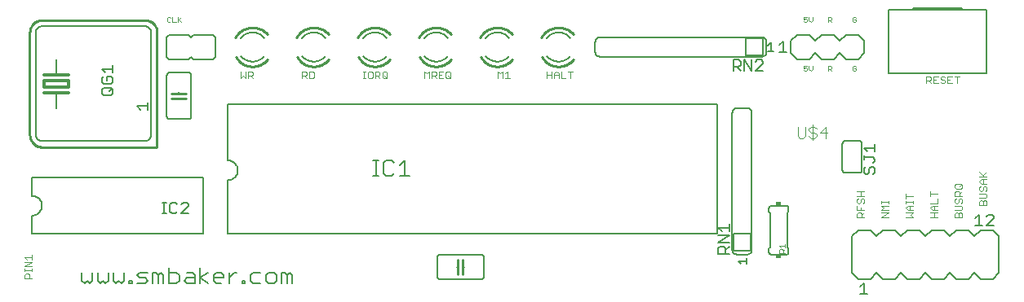
<source format=gto>
G75*
%MOIN*%
%OFA0B0*%
%FSLAX24Y24*%
%IPPOS*%
%LPD*%
%AMOC8*
5,1,8,0,0,1.08239X$1,22.5*
%
%ADD10C,0.0030*%
%ADD11C,0.0060*%
%ADD12C,0.0020*%
%ADD13C,0.0050*%
%ADD14R,0.0200X0.0150*%
%ADD15C,0.0100*%
%ADD16C,0.0120*%
%ADD17C,0.0040*%
D10*
X000375Y002195D02*
X000375Y002340D01*
X000423Y002388D01*
X000520Y002388D01*
X000568Y002340D01*
X000568Y002195D01*
X000665Y002195D02*
X000375Y002195D01*
X000375Y002490D02*
X000375Y002586D01*
X000375Y002538D02*
X000665Y002538D01*
X000665Y002490D02*
X000665Y002586D01*
X000665Y002686D02*
X000375Y002686D01*
X000665Y002880D01*
X000375Y002880D01*
X000472Y002981D02*
X000375Y003077D01*
X000665Y003077D01*
X000665Y002981D02*
X000665Y003174D01*
X009195Y010395D02*
X009292Y010492D01*
X009388Y010395D01*
X009388Y010685D01*
X009490Y010685D02*
X009635Y010685D01*
X009683Y010637D01*
X009683Y010540D01*
X009635Y010492D01*
X009490Y010492D01*
X009586Y010492D02*
X009683Y010395D01*
X009490Y010395D02*
X009490Y010685D01*
X009195Y010685D02*
X009195Y010395D01*
X011695Y010395D02*
X011695Y010685D01*
X011840Y010685D01*
X011888Y010637D01*
X011888Y010540D01*
X011840Y010492D01*
X011695Y010492D01*
X011792Y010492D02*
X011888Y010395D01*
X011990Y010395D02*
X012135Y010395D01*
X012183Y010443D01*
X012183Y010637D01*
X012135Y010685D01*
X011990Y010685D01*
X011990Y010395D01*
X014195Y010395D02*
X014292Y010395D01*
X014243Y010395D02*
X014243Y010685D01*
X014195Y010685D02*
X014292Y010685D01*
X014391Y010637D02*
X014391Y010443D01*
X014440Y010395D01*
X014537Y010395D01*
X014585Y010443D01*
X014585Y010637D01*
X014537Y010685D01*
X014440Y010685D01*
X014391Y010637D01*
X014686Y010685D02*
X014831Y010685D01*
X014880Y010637D01*
X014880Y010540D01*
X014831Y010492D01*
X014686Y010492D01*
X014783Y010492D02*
X014880Y010395D01*
X014981Y010443D02*
X015029Y010395D01*
X015126Y010395D01*
X015174Y010443D01*
X015174Y010637D01*
X015126Y010685D01*
X015029Y010685D01*
X014981Y010637D01*
X014981Y010443D01*
X015077Y010492D02*
X015174Y010395D01*
X014686Y010395D02*
X014686Y010685D01*
X016695Y010685D02*
X016695Y010395D01*
X016888Y010395D02*
X016888Y010685D01*
X016792Y010588D01*
X016695Y010685D01*
X016990Y010685D02*
X017135Y010685D01*
X017183Y010637D01*
X017183Y010540D01*
X017135Y010492D01*
X016990Y010492D01*
X017086Y010492D02*
X017183Y010395D01*
X017284Y010395D02*
X017478Y010395D01*
X017579Y010443D02*
X017627Y010395D01*
X017724Y010395D01*
X017772Y010443D01*
X017772Y010637D01*
X017724Y010685D01*
X017627Y010685D01*
X017579Y010637D01*
X017579Y010443D01*
X017676Y010492D02*
X017772Y010395D01*
X017381Y010540D02*
X017284Y010540D01*
X017284Y010685D02*
X017284Y010395D01*
X016990Y010395D02*
X016990Y010685D01*
X017284Y010685D02*
X017478Y010685D01*
X019695Y010685D02*
X019695Y010395D01*
X019888Y010395D02*
X019888Y010685D01*
X019792Y010588D01*
X019695Y010685D01*
X019990Y010588D02*
X020086Y010685D01*
X020086Y010395D01*
X019990Y010395D02*
X020183Y010395D01*
X021695Y010395D02*
X021695Y010685D01*
X021695Y010540D02*
X021888Y010540D01*
X021990Y010540D02*
X022183Y010540D01*
X022183Y010588D02*
X022183Y010395D01*
X022284Y010395D02*
X022478Y010395D01*
X022284Y010395D02*
X022284Y010685D01*
X022183Y010588D02*
X022086Y010685D01*
X021990Y010588D01*
X021990Y010395D01*
X021888Y010395D02*
X021888Y010685D01*
X022579Y010685D02*
X022772Y010685D01*
X022676Y010685D02*
X022676Y010395D01*
X034375Y005772D02*
X034665Y005772D01*
X034520Y005772D02*
X034520Y005579D01*
X034568Y005478D02*
X034617Y005478D01*
X034665Y005429D01*
X034665Y005333D01*
X034617Y005284D01*
X034520Y005333D02*
X034520Y005429D01*
X034568Y005478D01*
X034665Y005579D02*
X034375Y005579D01*
X034423Y005478D02*
X034375Y005429D01*
X034375Y005333D01*
X034423Y005284D01*
X034472Y005284D01*
X034520Y005333D01*
X034375Y005183D02*
X034375Y004990D01*
X034665Y004990D01*
X034665Y004888D02*
X034568Y004792D01*
X034568Y004840D02*
X034568Y004695D01*
X034665Y004695D02*
X034375Y004695D01*
X034375Y004840D01*
X034423Y004888D01*
X034520Y004888D01*
X034568Y004840D01*
X034520Y004990D02*
X034520Y005086D01*
X035375Y004990D02*
X035472Y005086D01*
X035375Y005183D01*
X035665Y005183D01*
X035665Y005284D02*
X035665Y005381D01*
X035665Y005333D02*
X035375Y005333D01*
X035375Y005381D02*
X035375Y005284D01*
X035375Y004990D02*
X035665Y004990D01*
X035665Y004888D02*
X035375Y004888D01*
X035375Y004695D02*
X035665Y004888D01*
X035665Y004695D02*
X035375Y004695D01*
X036375Y004695D02*
X036665Y004695D01*
X036568Y004792D01*
X036665Y004888D01*
X036375Y004888D01*
X036472Y004990D02*
X036375Y005086D01*
X036472Y005183D01*
X036665Y005183D01*
X036665Y005284D02*
X036665Y005381D01*
X036665Y005333D02*
X036375Y005333D01*
X036375Y005381D02*
X036375Y005284D01*
X036520Y005183D02*
X036520Y004990D01*
X036472Y004990D02*
X036665Y004990D01*
X037375Y005086D02*
X037472Y005183D01*
X037665Y005183D01*
X037665Y005284D02*
X037375Y005284D01*
X037520Y005183D02*
X037520Y004990D01*
X037472Y004990D02*
X037375Y005086D01*
X037472Y004990D02*
X037665Y004990D01*
X037665Y004888D02*
X037375Y004888D01*
X037520Y004888D02*
X037520Y004695D01*
X037665Y004695D02*
X037375Y004695D01*
X038375Y004695D02*
X038375Y004840D01*
X038423Y004888D01*
X038472Y004888D01*
X038520Y004840D01*
X038520Y004695D01*
X038665Y004695D02*
X038665Y004840D01*
X038617Y004888D01*
X038568Y004888D01*
X038520Y004840D01*
X038617Y004990D02*
X038375Y004990D01*
X038375Y005183D02*
X038617Y005183D01*
X038665Y005135D01*
X038665Y005038D01*
X038617Y004990D01*
X038617Y005284D02*
X038665Y005333D01*
X038665Y005429D01*
X038617Y005478D01*
X038568Y005478D01*
X038520Y005429D01*
X038520Y005333D01*
X038472Y005284D01*
X038423Y005284D01*
X038375Y005333D01*
X038375Y005429D01*
X038423Y005478D01*
X038375Y005579D02*
X038375Y005724D01*
X038423Y005772D01*
X038520Y005772D01*
X038568Y005724D01*
X038568Y005579D01*
X038568Y005676D02*
X038665Y005772D01*
X038617Y005874D02*
X038665Y005922D01*
X038665Y006019D01*
X038617Y006067D01*
X038423Y006067D01*
X038375Y006019D01*
X038375Y005922D01*
X038423Y005874D01*
X038617Y005874D01*
X038568Y005970D02*
X038665Y006067D01*
X039375Y006176D02*
X039472Y006079D01*
X039665Y006079D01*
X039617Y005978D02*
X039665Y005929D01*
X039665Y005833D01*
X039617Y005784D01*
X039617Y005683D02*
X039375Y005683D01*
X039423Y005784D02*
X039472Y005784D01*
X039520Y005833D01*
X039520Y005929D01*
X039568Y005978D01*
X039617Y005978D01*
X039520Y006079D02*
X039520Y006272D01*
X039472Y006272D02*
X039665Y006272D01*
X039665Y006374D02*
X039375Y006374D01*
X039472Y006272D02*
X039375Y006176D01*
X039568Y006374D02*
X039375Y006567D01*
X039520Y006422D02*
X039665Y006567D01*
X039423Y005978D02*
X039375Y005929D01*
X039375Y005833D01*
X039423Y005784D01*
X039617Y005683D02*
X039665Y005635D01*
X039665Y005538D01*
X039617Y005490D01*
X039375Y005490D01*
X039423Y005388D02*
X039472Y005388D01*
X039520Y005340D01*
X039520Y005195D01*
X039665Y005195D02*
X039375Y005195D01*
X039375Y005340D01*
X039423Y005388D01*
X039520Y005340D02*
X039568Y005388D01*
X039617Y005388D01*
X039665Y005340D01*
X039665Y005195D01*
X038665Y005579D02*
X038375Y005579D01*
X037665Y005676D02*
X037375Y005676D01*
X037375Y005772D02*
X037375Y005579D01*
X037665Y005478D02*
X037665Y005284D01*
X036665Y005577D02*
X036375Y005577D01*
X036375Y005481D02*
X036375Y005674D01*
X038375Y004695D02*
X038665Y004695D01*
X038470Y010195D02*
X038470Y010485D01*
X038374Y010485D02*
X038567Y010485D01*
X038272Y010485D02*
X038079Y010485D01*
X038079Y010195D01*
X038272Y010195D01*
X038176Y010340D02*
X038079Y010340D01*
X037978Y010292D02*
X037978Y010243D01*
X037929Y010195D01*
X037833Y010195D01*
X037784Y010243D01*
X037833Y010340D02*
X037929Y010340D01*
X037978Y010292D01*
X037978Y010437D02*
X037929Y010485D01*
X037833Y010485D01*
X037784Y010437D01*
X037784Y010388D01*
X037833Y010340D01*
X037683Y010195D02*
X037490Y010195D01*
X037490Y010485D01*
X037683Y010485D01*
X037586Y010340D02*
X037490Y010340D01*
X037388Y010340D02*
X037340Y010292D01*
X037195Y010292D01*
X037292Y010292D02*
X037388Y010195D01*
X037388Y010340D02*
X037388Y010437D01*
X037340Y010485D01*
X037195Y010485D01*
X037195Y010195D01*
D11*
X002817Y002010D02*
X002710Y002117D01*
X002710Y002437D01*
X003137Y002437D02*
X003137Y002117D01*
X003030Y002010D01*
X002924Y002117D01*
X002817Y002010D01*
X003355Y002117D02*
X003461Y002010D01*
X003568Y002117D01*
X003675Y002010D01*
X003782Y002117D01*
X003782Y002437D01*
X003999Y002437D02*
X003999Y002117D01*
X004106Y002010D01*
X004213Y002117D01*
X004319Y002010D01*
X004426Y002117D01*
X004426Y002437D01*
X004966Y002330D02*
X005073Y002224D01*
X005286Y002224D01*
X005393Y002117D01*
X005286Y002010D01*
X004966Y002010D01*
X004750Y002010D02*
X004750Y002117D01*
X004644Y002117D01*
X004644Y002010D01*
X004750Y002010D01*
X005610Y002010D02*
X005610Y002437D01*
X005717Y002437D01*
X005824Y002330D01*
X005931Y002437D01*
X006038Y002330D01*
X006038Y002010D01*
X005824Y002010D02*
X005824Y002330D01*
X006255Y002437D02*
X006575Y002437D01*
X006682Y002330D01*
X006682Y002117D01*
X006575Y002010D01*
X006255Y002010D01*
X006255Y002651D01*
X007006Y002437D02*
X007220Y002437D01*
X007327Y002330D01*
X007327Y002010D01*
X007006Y002010D01*
X006900Y002117D01*
X007006Y002224D01*
X007327Y002224D01*
X007544Y002224D02*
X007864Y002437D01*
X008081Y002330D02*
X008188Y002437D01*
X008402Y002437D01*
X008508Y002330D01*
X008508Y002224D01*
X008081Y002224D01*
X008081Y002330D02*
X008081Y002117D01*
X008188Y002010D01*
X008402Y002010D01*
X008726Y002010D02*
X008726Y002437D01*
X008939Y002437D02*
X009046Y002437D01*
X008939Y002437D02*
X008726Y002224D01*
X009263Y002117D02*
X009370Y002117D01*
X009370Y002010D01*
X009263Y002010D01*
X009263Y002117D01*
X009585Y002117D02*
X009692Y002010D01*
X010012Y002010D01*
X010230Y002117D02*
X010337Y002010D01*
X010550Y002010D01*
X010657Y002117D01*
X010657Y002330D01*
X010550Y002437D01*
X010337Y002437D01*
X010230Y002330D01*
X010230Y002117D01*
X010874Y002010D02*
X010874Y002437D01*
X010981Y002437D01*
X011088Y002330D01*
X011195Y002437D01*
X011301Y002330D01*
X011301Y002010D01*
X011088Y002010D02*
X011088Y002330D01*
X010012Y002437D02*
X009692Y002437D01*
X009585Y002330D01*
X009585Y002117D01*
X007864Y002010D02*
X007544Y002224D01*
X007544Y002010D02*
X007544Y002651D01*
X005393Y002437D02*
X005073Y002437D01*
X004966Y002330D01*
X003355Y002437D02*
X003355Y002117D01*
X000680Y004030D02*
X000680Y004780D01*
X000719Y004782D01*
X000758Y004788D01*
X000796Y004797D01*
X000833Y004810D01*
X000869Y004827D01*
X000902Y004847D01*
X000934Y004871D01*
X000963Y004897D01*
X000989Y004926D01*
X001013Y004958D01*
X001033Y004991D01*
X001050Y005027D01*
X001063Y005064D01*
X001072Y005102D01*
X001078Y005141D01*
X001080Y005180D01*
X001078Y005219D01*
X001072Y005258D01*
X001063Y005296D01*
X001050Y005333D01*
X001033Y005369D01*
X001013Y005402D01*
X000989Y005434D01*
X000963Y005463D01*
X000934Y005489D01*
X000902Y005513D01*
X000869Y005533D01*
X000833Y005550D01*
X000796Y005563D01*
X000758Y005572D01*
X000719Y005578D01*
X000680Y005580D01*
X000680Y006330D01*
X007680Y006330D01*
X007680Y004030D01*
X000680Y004030D01*
X008680Y004030D02*
X008680Y006230D01*
X008719Y006232D01*
X008758Y006238D01*
X008796Y006247D01*
X008833Y006260D01*
X008869Y006277D01*
X008902Y006297D01*
X008934Y006321D01*
X008963Y006347D01*
X008989Y006376D01*
X009013Y006408D01*
X009033Y006441D01*
X009050Y006477D01*
X009063Y006514D01*
X009072Y006552D01*
X009078Y006591D01*
X009080Y006630D01*
X009078Y006669D01*
X009072Y006708D01*
X009063Y006746D01*
X009050Y006783D01*
X009033Y006819D01*
X009013Y006852D01*
X008989Y006884D01*
X008963Y006913D01*
X008934Y006939D01*
X008902Y006963D01*
X008869Y006983D01*
X008833Y007000D01*
X008796Y007013D01*
X008758Y007022D01*
X008719Y007028D01*
X008680Y007030D01*
X008680Y009330D01*
X028680Y009330D01*
X028680Y004030D01*
X008680Y004030D01*
X014610Y006410D02*
X014824Y006410D01*
X014717Y006410D02*
X014717Y007051D01*
X014610Y007051D02*
X014824Y007051D01*
X015040Y006944D02*
X015040Y006517D01*
X015146Y006410D01*
X015360Y006410D01*
X015467Y006517D01*
X015684Y006410D02*
X016111Y006410D01*
X015898Y006410D02*
X015898Y007051D01*
X015684Y006837D01*
X015467Y006944D02*
X015360Y007051D01*
X015146Y007051D01*
X015040Y006944D01*
X007180Y008830D02*
X007180Y010530D01*
X007178Y010547D01*
X007174Y010564D01*
X007167Y010580D01*
X007157Y010594D01*
X007144Y010607D01*
X007130Y010617D01*
X007114Y010624D01*
X007097Y010628D01*
X007080Y010630D01*
X006280Y010630D01*
X006263Y010628D01*
X006246Y010624D01*
X006230Y010617D01*
X006216Y010607D01*
X006203Y010594D01*
X006193Y010580D01*
X006186Y010564D01*
X006182Y010547D01*
X006180Y010530D01*
X006180Y008830D01*
X006182Y008813D01*
X006186Y008796D01*
X006193Y008780D01*
X006203Y008766D01*
X006216Y008753D01*
X006230Y008743D01*
X006246Y008736D01*
X006263Y008732D01*
X006280Y008730D01*
X007080Y008730D01*
X007097Y008732D01*
X007114Y008736D01*
X007130Y008743D01*
X007144Y008753D01*
X007157Y008766D01*
X007167Y008780D01*
X007174Y008796D01*
X007178Y008813D01*
X007180Y008830D01*
X005530Y008080D02*
X005530Y012280D01*
X005528Y012310D01*
X005523Y012340D01*
X005514Y012369D01*
X005501Y012396D01*
X005486Y012422D01*
X005467Y012446D01*
X005446Y012467D01*
X005422Y012486D01*
X005396Y012501D01*
X005369Y012514D01*
X005340Y012523D01*
X005310Y012528D01*
X005280Y012530D01*
X001080Y012530D01*
X001050Y012528D01*
X001020Y012523D01*
X000991Y012514D01*
X000964Y012501D01*
X000938Y012486D01*
X000914Y012467D01*
X000893Y012446D01*
X000874Y012422D01*
X000859Y012396D01*
X000846Y012369D01*
X000837Y012340D01*
X000832Y012310D01*
X000830Y012280D01*
X000830Y008080D01*
X000832Y008050D01*
X000837Y008020D01*
X000846Y007991D01*
X000859Y007964D01*
X000874Y007938D01*
X000893Y007914D01*
X000914Y007893D01*
X000938Y007874D01*
X000964Y007859D01*
X000991Y007846D01*
X001020Y007837D01*
X001050Y007832D01*
X001080Y007830D01*
X005280Y007830D01*
X005310Y007832D01*
X005340Y007837D01*
X005369Y007846D01*
X005396Y007859D01*
X005422Y007874D01*
X005446Y007893D01*
X005467Y007914D01*
X005486Y007938D01*
X005501Y007964D01*
X005514Y007991D01*
X005523Y008020D01*
X005528Y008050D01*
X005530Y008080D01*
X001680Y009180D02*
X001680Y009810D01*
X001680Y010550D02*
X001680Y011180D01*
X006180Y011280D02*
X006280Y011180D01*
X007080Y011180D01*
X007180Y011280D01*
X007280Y011180D01*
X008080Y011180D01*
X008180Y011280D01*
X008180Y012080D01*
X008080Y012180D01*
X007280Y012180D01*
X007180Y012080D01*
X007080Y012180D01*
X006280Y012180D01*
X006180Y012080D01*
X006180Y011280D01*
X009680Y012280D02*
X009727Y012278D01*
X009775Y012272D01*
X009821Y012263D01*
X009867Y012250D01*
X009911Y012234D01*
X009955Y012213D01*
X009996Y012190D01*
X010035Y012164D01*
X010072Y012134D01*
X010107Y012101D01*
X010139Y012066D01*
X010168Y012029D01*
X009680Y011080D02*
X009635Y011082D01*
X009589Y011087D01*
X009545Y011095D01*
X009501Y011107D01*
X009458Y011123D01*
X009416Y011141D01*
X009376Y011163D01*
X009338Y011187D01*
X009302Y011214D01*
X009267Y011244D01*
X009236Y011277D01*
X009206Y011312D01*
X009680Y011080D02*
X009725Y011082D01*
X009771Y011087D01*
X009815Y011095D01*
X009859Y011107D01*
X009902Y011123D01*
X009944Y011141D01*
X009984Y011163D01*
X010022Y011187D01*
X010058Y011214D01*
X010093Y011244D01*
X010124Y011277D01*
X010154Y011312D01*
X009680Y012280D02*
X009634Y012278D01*
X009588Y012273D01*
X009542Y012264D01*
X009497Y012252D01*
X009454Y012236D01*
X009412Y012217D01*
X009371Y012194D01*
X009332Y012169D01*
X009296Y012141D01*
X009261Y012110D01*
X009229Y012076D01*
X009200Y012040D01*
X012180Y012280D02*
X012227Y012278D01*
X012275Y012272D01*
X012321Y012263D01*
X012367Y012250D01*
X012411Y012234D01*
X012455Y012213D01*
X012496Y012190D01*
X012535Y012164D01*
X012572Y012134D01*
X012607Y012101D01*
X012639Y012066D01*
X012668Y012029D01*
X012180Y011080D02*
X012135Y011082D01*
X012089Y011087D01*
X012045Y011095D01*
X012001Y011107D01*
X011958Y011123D01*
X011916Y011141D01*
X011876Y011163D01*
X011838Y011187D01*
X011802Y011214D01*
X011767Y011244D01*
X011736Y011277D01*
X011706Y011312D01*
X012180Y011080D02*
X012225Y011082D01*
X012271Y011087D01*
X012315Y011095D01*
X012359Y011107D01*
X012402Y011123D01*
X012444Y011141D01*
X012484Y011163D01*
X012522Y011187D01*
X012558Y011214D01*
X012593Y011244D01*
X012624Y011277D01*
X012654Y011312D01*
X012180Y012280D02*
X012134Y012278D01*
X012088Y012273D01*
X012042Y012264D01*
X011997Y012252D01*
X011954Y012236D01*
X011912Y012217D01*
X011871Y012194D01*
X011832Y012169D01*
X011796Y012141D01*
X011761Y012110D01*
X011729Y012076D01*
X011700Y012040D01*
X014680Y012280D02*
X014727Y012278D01*
X014775Y012272D01*
X014821Y012263D01*
X014867Y012250D01*
X014911Y012234D01*
X014955Y012213D01*
X014996Y012190D01*
X015035Y012164D01*
X015072Y012134D01*
X015107Y012101D01*
X015139Y012066D01*
X015168Y012029D01*
X014680Y011080D02*
X014635Y011082D01*
X014589Y011087D01*
X014545Y011095D01*
X014501Y011107D01*
X014458Y011123D01*
X014416Y011141D01*
X014376Y011163D01*
X014338Y011187D01*
X014302Y011214D01*
X014267Y011244D01*
X014236Y011277D01*
X014206Y011312D01*
X014680Y011080D02*
X014725Y011082D01*
X014771Y011087D01*
X014815Y011095D01*
X014859Y011107D01*
X014902Y011123D01*
X014944Y011141D01*
X014984Y011163D01*
X015022Y011187D01*
X015058Y011214D01*
X015093Y011244D01*
X015124Y011277D01*
X015154Y011312D01*
X014680Y012280D02*
X014634Y012278D01*
X014588Y012273D01*
X014542Y012264D01*
X014497Y012252D01*
X014454Y012236D01*
X014412Y012217D01*
X014371Y012194D01*
X014332Y012169D01*
X014296Y012141D01*
X014261Y012110D01*
X014229Y012076D01*
X014200Y012040D01*
X017180Y012280D02*
X017227Y012278D01*
X017275Y012272D01*
X017321Y012263D01*
X017367Y012250D01*
X017411Y012234D01*
X017455Y012213D01*
X017496Y012190D01*
X017535Y012164D01*
X017572Y012134D01*
X017607Y012101D01*
X017639Y012066D01*
X017668Y012029D01*
X017180Y011080D02*
X017135Y011082D01*
X017089Y011087D01*
X017045Y011095D01*
X017001Y011107D01*
X016958Y011123D01*
X016916Y011141D01*
X016876Y011163D01*
X016838Y011187D01*
X016802Y011214D01*
X016767Y011244D01*
X016736Y011277D01*
X016706Y011312D01*
X017180Y011080D02*
X017225Y011082D01*
X017271Y011087D01*
X017315Y011095D01*
X017359Y011107D01*
X017402Y011123D01*
X017444Y011141D01*
X017484Y011163D01*
X017522Y011187D01*
X017558Y011214D01*
X017593Y011244D01*
X017624Y011277D01*
X017654Y011312D01*
X017180Y012280D02*
X017134Y012278D01*
X017088Y012273D01*
X017042Y012264D01*
X016997Y012252D01*
X016954Y012236D01*
X016912Y012217D01*
X016871Y012194D01*
X016832Y012169D01*
X016796Y012141D01*
X016761Y012110D01*
X016729Y012076D01*
X016700Y012040D01*
X019680Y012280D02*
X019727Y012278D01*
X019775Y012272D01*
X019821Y012263D01*
X019867Y012250D01*
X019911Y012234D01*
X019955Y012213D01*
X019996Y012190D01*
X020035Y012164D01*
X020072Y012134D01*
X020107Y012101D01*
X020139Y012066D01*
X020168Y012029D01*
X019680Y011080D02*
X019635Y011082D01*
X019589Y011087D01*
X019545Y011095D01*
X019501Y011107D01*
X019458Y011123D01*
X019416Y011141D01*
X019376Y011163D01*
X019338Y011187D01*
X019302Y011214D01*
X019267Y011244D01*
X019236Y011277D01*
X019206Y011312D01*
X019680Y011080D02*
X019725Y011082D01*
X019771Y011087D01*
X019815Y011095D01*
X019859Y011107D01*
X019902Y011123D01*
X019944Y011141D01*
X019984Y011163D01*
X020022Y011187D01*
X020058Y011214D01*
X020093Y011244D01*
X020124Y011277D01*
X020154Y011312D01*
X019680Y012280D02*
X019634Y012278D01*
X019588Y012273D01*
X019542Y012264D01*
X019497Y012252D01*
X019454Y012236D01*
X019412Y012217D01*
X019371Y012194D01*
X019332Y012169D01*
X019296Y012141D01*
X019261Y012110D01*
X019229Y012076D01*
X019200Y012040D01*
X022180Y012280D02*
X022227Y012278D01*
X022275Y012272D01*
X022321Y012263D01*
X022367Y012250D01*
X022411Y012234D01*
X022455Y012213D01*
X022496Y012190D01*
X022535Y012164D01*
X022572Y012134D01*
X022607Y012101D01*
X022639Y012066D01*
X022668Y012029D01*
X022180Y011080D02*
X022135Y011082D01*
X022089Y011087D01*
X022045Y011095D01*
X022001Y011107D01*
X021958Y011123D01*
X021916Y011141D01*
X021876Y011163D01*
X021838Y011187D01*
X021802Y011214D01*
X021767Y011244D01*
X021736Y011277D01*
X021706Y011312D01*
X022180Y011080D02*
X022225Y011082D01*
X022271Y011087D01*
X022315Y011095D01*
X022359Y011107D01*
X022402Y011123D01*
X022444Y011141D01*
X022484Y011163D01*
X022522Y011187D01*
X022558Y011214D01*
X022593Y011244D01*
X022624Y011277D01*
X022654Y011312D01*
X023680Y011480D02*
X023680Y011880D01*
X023682Y011906D01*
X023687Y011932D01*
X023695Y011957D01*
X023707Y011980D01*
X023721Y012002D01*
X023739Y012021D01*
X023758Y012039D01*
X023780Y012053D01*
X023803Y012065D01*
X023828Y012073D01*
X023854Y012078D01*
X023880Y012080D01*
X030480Y012080D01*
X030530Y012030D02*
X029830Y012030D01*
X029830Y011330D01*
X030530Y011330D01*
X030530Y012030D01*
X030480Y012080D02*
X030506Y012078D01*
X030532Y012073D01*
X030557Y012065D01*
X030580Y012053D01*
X030602Y012039D01*
X030621Y012021D01*
X030639Y012002D01*
X030653Y011980D01*
X030665Y011957D01*
X030673Y011932D01*
X030678Y011906D01*
X030680Y011880D01*
X030680Y011480D01*
X030678Y011454D01*
X030673Y011428D01*
X030665Y011403D01*
X030653Y011380D01*
X030639Y011358D01*
X030621Y011339D01*
X030602Y011321D01*
X030580Y011307D01*
X030557Y011295D01*
X030532Y011287D01*
X030506Y011282D01*
X030480Y011280D01*
X023880Y011280D01*
X023854Y011282D01*
X023828Y011287D01*
X023803Y011295D01*
X023780Y011307D01*
X023758Y011321D01*
X023739Y011339D01*
X023721Y011358D01*
X023707Y011380D01*
X023695Y011403D01*
X023687Y011428D01*
X023682Y011454D01*
X023680Y011480D01*
X022180Y012280D02*
X022134Y012278D01*
X022088Y012273D01*
X022042Y012264D01*
X021997Y012252D01*
X021954Y012236D01*
X021912Y012217D01*
X021871Y012194D01*
X021832Y012169D01*
X021796Y012141D01*
X021761Y012110D01*
X021729Y012076D01*
X021700Y012040D01*
X029480Y009180D02*
X029880Y009180D01*
X029906Y009178D01*
X029932Y009173D01*
X029957Y009165D01*
X029980Y009153D01*
X030002Y009139D01*
X030021Y009121D01*
X030039Y009102D01*
X030053Y009080D01*
X030065Y009057D01*
X030073Y009032D01*
X030078Y009006D01*
X030080Y008980D01*
X030080Y003380D01*
X030030Y003330D02*
X029330Y003330D01*
X029330Y004030D01*
X030030Y004030D01*
X030030Y003330D01*
X030080Y003380D02*
X030078Y003354D01*
X030073Y003328D01*
X030065Y003303D01*
X030053Y003280D01*
X030039Y003258D01*
X030021Y003239D01*
X030002Y003221D01*
X029980Y003207D01*
X029957Y003195D01*
X029932Y003187D01*
X029906Y003182D01*
X029880Y003180D01*
X029480Y003180D01*
X029454Y003182D01*
X029428Y003187D01*
X029403Y003195D01*
X029380Y003207D01*
X029358Y003221D01*
X029339Y003239D01*
X029321Y003258D01*
X029307Y003280D01*
X029295Y003303D01*
X029287Y003328D01*
X029282Y003354D01*
X029280Y003380D01*
X029280Y008980D01*
X029282Y009006D01*
X029287Y009032D01*
X029295Y009057D01*
X029307Y009080D01*
X029321Y009102D01*
X029339Y009121D01*
X029358Y009139D01*
X029380Y009153D01*
X029403Y009165D01*
X029428Y009173D01*
X029454Y009178D01*
X029480Y009180D01*
X033880Y007830D02*
X034480Y007830D01*
X034497Y007828D01*
X034514Y007824D01*
X034530Y007817D01*
X034544Y007807D01*
X034557Y007794D01*
X034567Y007780D01*
X034574Y007764D01*
X034578Y007747D01*
X034580Y007730D01*
X034580Y006630D01*
X034578Y006613D01*
X034574Y006596D01*
X034567Y006580D01*
X034557Y006566D01*
X034544Y006553D01*
X034530Y006543D01*
X034514Y006536D01*
X034497Y006532D01*
X034480Y006530D01*
X033880Y006530D01*
X033863Y006532D01*
X033846Y006536D01*
X033830Y006543D01*
X033816Y006553D01*
X033803Y006566D01*
X033793Y006580D01*
X033786Y006596D01*
X033782Y006613D01*
X033780Y006630D01*
X033780Y007730D01*
X033782Y007747D01*
X033786Y007764D01*
X033793Y007780D01*
X033803Y007794D01*
X033816Y007807D01*
X033830Y007817D01*
X033846Y007824D01*
X033863Y007828D01*
X033880Y007830D01*
X031480Y005180D02*
X030880Y005180D01*
X030863Y005178D01*
X030846Y005174D01*
X030830Y005167D01*
X030816Y005157D01*
X030803Y005144D01*
X030793Y005130D01*
X030786Y005114D01*
X030782Y005097D01*
X030780Y005080D01*
X030780Y004930D01*
X030830Y004880D01*
X030830Y003480D01*
X030780Y003430D01*
X030780Y003280D01*
X030782Y003263D01*
X030786Y003246D01*
X030793Y003230D01*
X030803Y003216D01*
X030816Y003203D01*
X030830Y003193D01*
X030846Y003186D01*
X030863Y003182D01*
X030880Y003180D01*
X031480Y003180D01*
X031497Y003182D01*
X031514Y003186D01*
X031530Y003193D01*
X031544Y003203D01*
X031557Y003216D01*
X031567Y003230D01*
X031574Y003246D01*
X031578Y003263D01*
X031580Y003280D01*
X031580Y003430D01*
X031530Y003480D01*
X031530Y004880D01*
X031580Y004930D01*
X031580Y005080D01*
X031578Y005097D01*
X031574Y005114D01*
X031567Y005130D01*
X031557Y005144D01*
X031544Y005157D01*
X031530Y005167D01*
X031514Y005174D01*
X031497Y005178D01*
X031480Y005180D01*
X034180Y003930D02*
X034430Y004180D01*
X034930Y004180D01*
X035180Y003930D01*
X035430Y004180D01*
X035930Y004180D01*
X036180Y003930D01*
X036430Y004180D01*
X036930Y004180D01*
X037180Y003930D01*
X037430Y004180D01*
X037930Y004180D01*
X038180Y003930D01*
X038430Y004180D01*
X038930Y004180D01*
X039180Y003930D01*
X039430Y004180D01*
X039930Y004180D01*
X040180Y003930D01*
X040180Y002430D01*
X039930Y002180D01*
X039430Y002180D01*
X039180Y002430D01*
X038930Y002180D01*
X038430Y002180D01*
X038180Y002430D01*
X037930Y002180D01*
X037430Y002180D01*
X037180Y002430D01*
X036930Y002180D01*
X036430Y002180D01*
X036180Y002430D01*
X035930Y002180D01*
X035430Y002180D01*
X035180Y002430D01*
X034930Y002180D01*
X034430Y002180D01*
X034180Y002430D01*
X034180Y003930D01*
X019130Y003080D02*
X019130Y002280D01*
X019128Y002263D01*
X019124Y002246D01*
X019117Y002230D01*
X019107Y002216D01*
X019094Y002203D01*
X019080Y002193D01*
X019064Y002186D01*
X019047Y002182D01*
X019030Y002180D01*
X017330Y002180D01*
X017313Y002182D01*
X017296Y002186D01*
X017280Y002193D01*
X017266Y002203D01*
X017253Y002216D01*
X017243Y002230D01*
X017236Y002246D01*
X017232Y002263D01*
X017230Y002280D01*
X017230Y003080D01*
X017232Y003097D01*
X017236Y003114D01*
X017243Y003130D01*
X017253Y003144D01*
X017266Y003157D01*
X017280Y003167D01*
X017296Y003174D01*
X017313Y003178D01*
X017330Y003180D01*
X019030Y003180D01*
X019047Y003178D01*
X019064Y003174D01*
X019080Y003167D01*
X019094Y003157D01*
X019107Y003144D01*
X019117Y003130D01*
X019124Y003114D01*
X019128Y003097D01*
X019130Y003080D01*
X018330Y002680D02*
X018280Y002680D01*
X018080Y002680D02*
X018030Y002680D01*
X006680Y009530D02*
X006680Y009580D01*
X006680Y009780D02*
X006680Y009830D01*
X031680Y011430D02*
X031930Y011180D01*
X032430Y011180D01*
X032680Y011430D01*
X032930Y011180D01*
X033430Y011180D01*
X033680Y011430D01*
X033930Y011180D01*
X034430Y011180D01*
X034680Y011430D01*
X034680Y011930D01*
X034430Y012180D01*
X033930Y012180D01*
X033680Y011930D01*
X033430Y012180D01*
X032930Y012180D01*
X032680Y011930D01*
X032430Y012180D01*
X031930Y012180D01*
X031680Y011930D01*
X031680Y011430D01*
D12*
X032190Y010910D02*
X032190Y010800D01*
X032263Y010837D01*
X032300Y010837D01*
X032337Y010800D01*
X032337Y010727D01*
X032300Y010690D01*
X032227Y010690D01*
X032190Y010727D01*
X032190Y010910D02*
X032337Y010910D01*
X032411Y010910D02*
X032411Y010763D01*
X032484Y010690D01*
X032558Y010763D01*
X032558Y010910D01*
X033190Y010910D02*
X033190Y010690D01*
X033190Y010763D02*
X033300Y010763D01*
X033337Y010800D01*
X033337Y010873D01*
X033300Y010910D01*
X033190Y010910D01*
X033263Y010763D02*
X033337Y010690D01*
X034190Y010727D02*
X034190Y010873D01*
X034227Y010910D01*
X034300Y010910D01*
X034337Y010873D01*
X034337Y010800D02*
X034263Y010800D01*
X034337Y010800D02*
X034337Y010727D01*
X034300Y010690D01*
X034227Y010690D01*
X034190Y010727D01*
X034227Y012690D02*
X034300Y012690D01*
X034337Y012727D01*
X034337Y012800D01*
X034263Y012800D01*
X034190Y012727D02*
X034227Y012690D01*
X034190Y012727D02*
X034190Y012873D01*
X034227Y012910D01*
X034300Y012910D01*
X034337Y012873D01*
X033337Y012873D02*
X033337Y012800D01*
X033300Y012763D01*
X033190Y012763D01*
X033190Y012690D02*
X033190Y012910D01*
X033300Y012910D01*
X033337Y012873D01*
X033263Y012763D02*
X033337Y012690D01*
X032558Y012763D02*
X032558Y012910D01*
X032558Y012763D02*
X032484Y012690D01*
X032411Y012763D01*
X032411Y012910D01*
X032337Y012910D02*
X032190Y012910D01*
X032190Y012800D01*
X032263Y012837D01*
X032300Y012837D01*
X032337Y012800D01*
X032337Y012727D01*
X032300Y012690D01*
X032227Y012690D01*
X032190Y012727D01*
X006779Y012690D02*
X006669Y012800D01*
X006632Y012763D02*
X006779Y012910D01*
X006632Y012910D02*
X006632Y012690D01*
X006558Y012690D02*
X006411Y012690D01*
X006411Y012910D01*
X006337Y012873D02*
X006300Y012910D01*
X006227Y012910D01*
X006190Y012873D01*
X006190Y012727D01*
X006227Y012690D01*
X006300Y012690D01*
X006337Y012727D01*
X031200Y003542D02*
X031420Y003542D01*
X031420Y003469D02*
X031420Y003616D01*
X031273Y003469D02*
X031200Y003542D01*
X031237Y003395D02*
X031310Y003395D01*
X031347Y003358D01*
X031347Y003248D01*
X031420Y003248D02*
X031200Y003248D01*
X031200Y003358D01*
X031237Y003395D01*
X031347Y003321D02*
X031420Y003395D01*
D13*
X029855Y003032D02*
X029855Y002805D01*
X029855Y002918D02*
X029515Y002918D01*
X029628Y002805D01*
X029155Y003205D02*
X028705Y003205D01*
X028705Y003430D01*
X028780Y003505D01*
X028930Y003505D01*
X029005Y003430D01*
X029005Y003205D01*
X029005Y003355D02*
X029155Y003505D01*
X029155Y003665D02*
X028705Y003665D01*
X029155Y003966D01*
X028705Y003966D01*
X028855Y004126D02*
X028705Y004276D01*
X029155Y004276D01*
X029155Y004126D02*
X029155Y004426D01*
X034655Y006549D02*
X034730Y006474D01*
X034805Y006474D01*
X034880Y006549D01*
X034880Y006699D01*
X034955Y006774D01*
X035030Y006774D01*
X035105Y006699D01*
X035105Y006549D01*
X035030Y006474D01*
X034655Y006549D02*
X034655Y006699D01*
X034730Y006774D01*
X035030Y006934D02*
X035105Y007009D01*
X035105Y007084D01*
X035030Y007159D01*
X034655Y007159D01*
X034655Y007084D02*
X034655Y007234D01*
X034805Y007395D02*
X034655Y007545D01*
X035105Y007545D01*
X035105Y007395D02*
X035105Y007695D01*
X035680Y010590D02*
X035680Y013190D01*
X036680Y013190D01*
X036680Y013280D01*
X038680Y013280D01*
X038680Y013190D01*
X039680Y013190D01*
X039680Y010590D01*
X035680Y010590D01*
X031505Y011455D02*
X031205Y011455D01*
X031355Y011455D02*
X031355Y011905D01*
X031205Y011755D01*
X030859Y011855D02*
X030859Y011515D01*
X030746Y011515D02*
X030973Y011515D01*
X030746Y011742D02*
X030859Y011855D01*
X030460Y011155D02*
X030310Y011155D01*
X030235Y011080D01*
X030074Y011155D02*
X030074Y010705D01*
X029774Y011155D01*
X029774Y010705D01*
X029614Y010705D02*
X029464Y010855D01*
X029539Y010855D02*
X029314Y010855D01*
X029314Y010705D02*
X029314Y011155D01*
X029539Y011155D01*
X029614Y011080D01*
X029614Y010930D01*
X029539Y010855D01*
X030235Y010705D02*
X030535Y011005D01*
X030535Y011080D01*
X030460Y011155D01*
X030535Y010705D02*
X030235Y010705D01*
X036680Y013190D02*
X038680Y013190D01*
X039355Y004805D02*
X039355Y004355D01*
X039205Y004355D02*
X039505Y004355D01*
X039665Y004355D02*
X039966Y004655D01*
X039966Y004730D01*
X039891Y004805D01*
X039740Y004805D01*
X039665Y004730D01*
X039355Y004805D02*
X039205Y004655D01*
X039665Y004355D02*
X039966Y004355D01*
X034655Y002005D02*
X034655Y001555D01*
X034505Y001555D02*
X034805Y001555D01*
X034505Y001855D02*
X034655Y002005D01*
X007073Y004855D02*
X006772Y004855D01*
X007073Y005155D01*
X007073Y005230D01*
X006998Y005305D01*
X006847Y005305D01*
X006772Y005230D01*
X006612Y005230D02*
X006537Y005305D01*
X006387Y005305D01*
X006312Y005230D01*
X006312Y004930D01*
X006387Y004855D01*
X006537Y004855D01*
X006612Y004930D01*
X006155Y004855D02*
X006005Y004855D01*
X006080Y004855D02*
X006080Y005305D01*
X006005Y005305D02*
X006155Y005305D01*
X005405Y009105D02*
X005405Y009405D01*
X005405Y009255D02*
X004955Y009255D01*
X005105Y009105D01*
X003965Y009780D02*
X003890Y009705D01*
X003590Y009705D01*
X003515Y009780D01*
X003515Y009930D01*
X003590Y010005D01*
X003890Y010005D01*
X003965Y009930D01*
X003965Y009780D01*
X003815Y009855D02*
X003965Y010005D01*
X003890Y010165D02*
X003590Y010165D01*
X003515Y010240D01*
X003515Y010391D01*
X003590Y010466D01*
X003740Y010466D02*
X003740Y010316D01*
X003890Y010466D02*
X003965Y010391D01*
X003965Y010240D01*
X003890Y010165D01*
X003890Y010466D02*
X003740Y010466D01*
X003665Y010626D02*
X003515Y010776D01*
X003965Y010776D01*
X003965Y010626D02*
X003965Y010926D01*
D14*
X031180Y005255D03*
X031180Y003105D03*
D15*
X018280Y002980D02*
X018280Y002680D01*
X018280Y002380D01*
X018080Y002380D02*
X018080Y002680D01*
X018080Y002980D01*
X005780Y007580D02*
X001080Y007580D01*
X001036Y007582D01*
X000993Y007588D01*
X000951Y007597D01*
X000909Y007610D01*
X000869Y007627D01*
X000830Y007647D01*
X000793Y007670D01*
X000759Y007697D01*
X000726Y007726D01*
X000697Y007759D01*
X000670Y007793D01*
X000647Y007830D01*
X000627Y007869D01*
X000610Y007909D01*
X000597Y007951D01*
X000588Y007993D01*
X000582Y008036D01*
X000580Y008080D01*
X000580Y012280D01*
X000582Y012324D01*
X000588Y012367D01*
X000597Y012409D01*
X000610Y012451D01*
X000627Y012491D01*
X000647Y012530D01*
X000670Y012567D01*
X000697Y012601D01*
X000726Y012634D01*
X000759Y012663D01*
X000793Y012690D01*
X000830Y012713D01*
X000869Y012733D01*
X000909Y012750D01*
X000951Y012763D01*
X000993Y012772D01*
X001036Y012778D01*
X001080Y012780D01*
X005280Y012780D01*
X005324Y012778D01*
X005367Y012772D01*
X005409Y012763D01*
X005451Y012750D01*
X005491Y012733D01*
X005530Y012713D01*
X005567Y012690D01*
X005601Y012663D01*
X005634Y012634D01*
X005663Y012601D01*
X005690Y012567D01*
X005713Y012530D01*
X005733Y012491D01*
X005750Y012451D01*
X005763Y012409D01*
X005772Y012367D01*
X005778Y012324D01*
X005780Y012280D01*
X005780Y007580D01*
X006380Y009580D02*
X006680Y009580D01*
X006980Y009580D01*
X006980Y009780D02*
X006680Y009780D01*
X006380Y009780D01*
X008985Y011283D02*
X009015Y011235D01*
X009048Y011190D01*
X009084Y011147D01*
X009122Y011106D01*
X009164Y011069D01*
X009208Y011034D01*
X009254Y011003D01*
X009303Y010974D01*
X009353Y010950D01*
X009405Y010929D01*
X009459Y010911D01*
X009513Y010898D01*
X009568Y010888D01*
X009624Y010882D01*
X009680Y010880D01*
X008974Y012056D02*
X009001Y012103D01*
X009031Y012148D01*
X009064Y012191D01*
X009100Y012231D01*
X009139Y012269D01*
X009180Y012304D01*
X009223Y012337D01*
X009268Y012366D01*
X009316Y012392D01*
X009365Y012415D01*
X009415Y012435D01*
X009466Y012451D01*
X009519Y012464D01*
X009572Y012473D01*
X009626Y012478D01*
X009680Y012480D01*
X010291Y011163D02*
X010255Y011124D01*
X010216Y011086D01*
X010176Y011052D01*
X010133Y011020D01*
X010088Y010992D01*
X010041Y010966D01*
X009992Y010943D01*
X009942Y010924D01*
X009891Y010908D01*
X009839Y010896D01*
X009787Y010887D01*
X009733Y010882D01*
X009680Y010880D01*
X010295Y012192D02*
X010259Y012232D01*
X010220Y012270D01*
X010179Y012305D01*
X010136Y012337D01*
X010091Y012367D01*
X010044Y012393D01*
X009995Y012415D01*
X009944Y012435D01*
X009893Y012451D01*
X009841Y012464D01*
X009787Y012473D01*
X009734Y012478D01*
X009680Y012480D01*
X011485Y011283D02*
X011515Y011235D01*
X011548Y011190D01*
X011584Y011147D01*
X011622Y011106D01*
X011664Y011069D01*
X011708Y011034D01*
X011754Y011003D01*
X011803Y010974D01*
X011853Y010950D01*
X011905Y010929D01*
X011959Y010911D01*
X012013Y010898D01*
X012068Y010888D01*
X012124Y010882D01*
X012180Y010880D01*
X011474Y012056D02*
X011501Y012103D01*
X011531Y012148D01*
X011564Y012191D01*
X011600Y012231D01*
X011639Y012269D01*
X011680Y012304D01*
X011723Y012337D01*
X011768Y012366D01*
X011816Y012392D01*
X011865Y012415D01*
X011915Y012435D01*
X011966Y012451D01*
X012019Y012464D01*
X012072Y012473D01*
X012126Y012478D01*
X012180Y012480D01*
X012791Y011163D02*
X012755Y011124D01*
X012716Y011086D01*
X012676Y011052D01*
X012633Y011020D01*
X012588Y010992D01*
X012541Y010966D01*
X012492Y010943D01*
X012442Y010924D01*
X012391Y010908D01*
X012339Y010896D01*
X012287Y010887D01*
X012233Y010882D01*
X012180Y010880D01*
X012795Y012192D02*
X012759Y012232D01*
X012720Y012270D01*
X012679Y012305D01*
X012636Y012337D01*
X012591Y012367D01*
X012544Y012393D01*
X012495Y012415D01*
X012444Y012435D01*
X012393Y012451D01*
X012341Y012464D01*
X012287Y012473D01*
X012234Y012478D01*
X012180Y012480D01*
X013985Y011283D02*
X014015Y011235D01*
X014048Y011190D01*
X014084Y011147D01*
X014122Y011106D01*
X014164Y011069D01*
X014208Y011034D01*
X014254Y011003D01*
X014303Y010974D01*
X014353Y010950D01*
X014405Y010929D01*
X014459Y010911D01*
X014513Y010898D01*
X014568Y010888D01*
X014624Y010882D01*
X014680Y010880D01*
X013974Y012056D02*
X014001Y012103D01*
X014031Y012148D01*
X014064Y012191D01*
X014100Y012231D01*
X014139Y012269D01*
X014180Y012304D01*
X014223Y012337D01*
X014268Y012366D01*
X014316Y012392D01*
X014365Y012415D01*
X014415Y012435D01*
X014466Y012451D01*
X014519Y012464D01*
X014572Y012473D01*
X014626Y012478D01*
X014680Y012480D01*
X015291Y011163D02*
X015255Y011124D01*
X015216Y011086D01*
X015176Y011052D01*
X015133Y011020D01*
X015088Y010992D01*
X015041Y010966D01*
X014992Y010943D01*
X014942Y010924D01*
X014891Y010908D01*
X014839Y010896D01*
X014787Y010887D01*
X014733Y010882D01*
X014680Y010880D01*
X015295Y012192D02*
X015259Y012232D01*
X015220Y012270D01*
X015179Y012305D01*
X015136Y012337D01*
X015091Y012367D01*
X015044Y012393D01*
X014995Y012415D01*
X014944Y012435D01*
X014893Y012451D01*
X014841Y012464D01*
X014787Y012473D01*
X014734Y012478D01*
X014680Y012480D01*
X016485Y011283D02*
X016515Y011235D01*
X016548Y011190D01*
X016584Y011147D01*
X016622Y011106D01*
X016664Y011069D01*
X016708Y011034D01*
X016754Y011003D01*
X016803Y010974D01*
X016853Y010950D01*
X016905Y010929D01*
X016959Y010911D01*
X017013Y010898D01*
X017068Y010888D01*
X017124Y010882D01*
X017180Y010880D01*
X016474Y012056D02*
X016501Y012103D01*
X016531Y012148D01*
X016564Y012191D01*
X016600Y012231D01*
X016639Y012269D01*
X016680Y012304D01*
X016723Y012337D01*
X016768Y012366D01*
X016816Y012392D01*
X016865Y012415D01*
X016915Y012435D01*
X016966Y012451D01*
X017019Y012464D01*
X017072Y012473D01*
X017126Y012478D01*
X017180Y012480D01*
X017791Y011163D02*
X017755Y011124D01*
X017716Y011086D01*
X017676Y011052D01*
X017633Y011020D01*
X017588Y010992D01*
X017541Y010966D01*
X017492Y010943D01*
X017442Y010924D01*
X017391Y010908D01*
X017339Y010896D01*
X017287Y010887D01*
X017233Y010882D01*
X017180Y010880D01*
X017795Y012192D02*
X017759Y012232D01*
X017720Y012270D01*
X017679Y012305D01*
X017636Y012337D01*
X017591Y012367D01*
X017544Y012393D01*
X017495Y012415D01*
X017444Y012435D01*
X017393Y012451D01*
X017341Y012464D01*
X017287Y012473D01*
X017234Y012478D01*
X017180Y012480D01*
X018985Y011283D02*
X019015Y011235D01*
X019048Y011190D01*
X019084Y011147D01*
X019122Y011106D01*
X019164Y011069D01*
X019208Y011034D01*
X019254Y011003D01*
X019303Y010974D01*
X019353Y010950D01*
X019405Y010929D01*
X019459Y010911D01*
X019513Y010898D01*
X019568Y010888D01*
X019624Y010882D01*
X019680Y010880D01*
X018974Y012056D02*
X019001Y012103D01*
X019031Y012148D01*
X019064Y012191D01*
X019100Y012231D01*
X019139Y012269D01*
X019180Y012304D01*
X019223Y012337D01*
X019268Y012366D01*
X019316Y012392D01*
X019365Y012415D01*
X019415Y012435D01*
X019466Y012451D01*
X019519Y012464D01*
X019572Y012473D01*
X019626Y012478D01*
X019680Y012480D01*
X020291Y011163D02*
X020255Y011124D01*
X020216Y011086D01*
X020176Y011052D01*
X020133Y011020D01*
X020088Y010992D01*
X020041Y010966D01*
X019992Y010943D01*
X019942Y010924D01*
X019891Y010908D01*
X019839Y010896D01*
X019787Y010887D01*
X019733Y010882D01*
X019680Y010880D01*
X020295Y012192D02*
X020259Y012232D01*
X020220Y012270D01*
X020179Y012305D01*
X020136Y012337D01*
X020091Y012367D01*
X020044Y012393D01*
X019995Y012415D01*
X019944Y012435D01*
X019893Y012451D01*
X019841Y012464D01*
X019787Y012473D01*
X019734Y012478D01*
X019680Y012480D01*
X021485Y011283D02*
X021515Y011235D01*
X021548Y011190D01*
X021584Y011147D01*
X021622Y011106D01*
X021664Y011069D01*
X021708Y011034D01*
X021754Y011003D01*
X021803Y010974D01*
X021853Y010950D01*
X021905Y010929D01*
X021959Y010911D01*
X022013Y010898D01*
X022068Y010888D01*
X022124Y010882D01*
X022180Y010880D01*
X021474Y012056D02*
X021501Y012103D01*
X021531Y012148D01*
X021564Y012191D01*
X021600Y012231D01*
X021639Y012269D01*
X021680Y012304D01*
X021723Y012337D01*
X021768Y012366D01*
X021816Y012392D01*
X021865Y012415D01*
X021915Y012435D01*
X021966Y012451D01*
X022019Y012464D01*
X022072Y012473D01*
X022126Y012478D01*
X022180Y012480D01*
X022791Y011163D02*
X022755Y011124D01*
X022716Y011086D01*
X022676Y011052D01*
X022633Y011020D01*
X022588Y010992D01*
X022541Y010966D01*
X022492Y010943D01*
X022442Y010924D01*
X022391Y010908D01*
X022339Y010896D01*
X022287Y010887D01*
X022233Y010882D01*
X022180Y010880D01*
X022795Y012192D02*
X022759Y012232D01*
X022720Y012270D01*
X022679Y012305D01*
X022636Y012337D01*
X022591Y012367D01*
X022544Y012393D01*
X022495Y012415D01*
X022444Y012435D01*
X022393Y012451D01*
X022341Y012464D01*
X022287Y012473D01*
X022234Y012478D01*
X022180Y012480D01*
D16*
X002180Y010550D02*
X001680Y010550D01*
X001180Y010550D01*
X001180Y010300D02*
X001180Y010050D01*
X002180Y010050D01*
X002180Y010300D01*
X001180Y010300D01*
X001180Y009810D02*
X001680Y009810D01*
X002180Y009810D01*
D17*
X031950Y008410D02*
X031950Y008027D01*
X032027Y007950D01*
X032180Y007950D01*
X032257Y008027D01*
X032257Y008410D01*
X032410Y008334D02*
X032410Y008257D01*
X032487Y008180D01*
X032641Y008180D01*
X032717Y008103D01*
X032717Y008027D01*
X032641Y007950D01*
X032487Y007950D01*
X032410Y008027D01*
X032564Y007873D02*
X032564Y008487D01*
X032641Y008410D02*
X032717Y008334D01*
X032641Y008410D02*
X032487Y008410D01*
X032410Y008334D01*
X032871Y008180D02*
X033178Y008180D01*
X033101Y007950D02*
X033101Y008410D01*
X032871Y008180D01*
M02*

</source>
